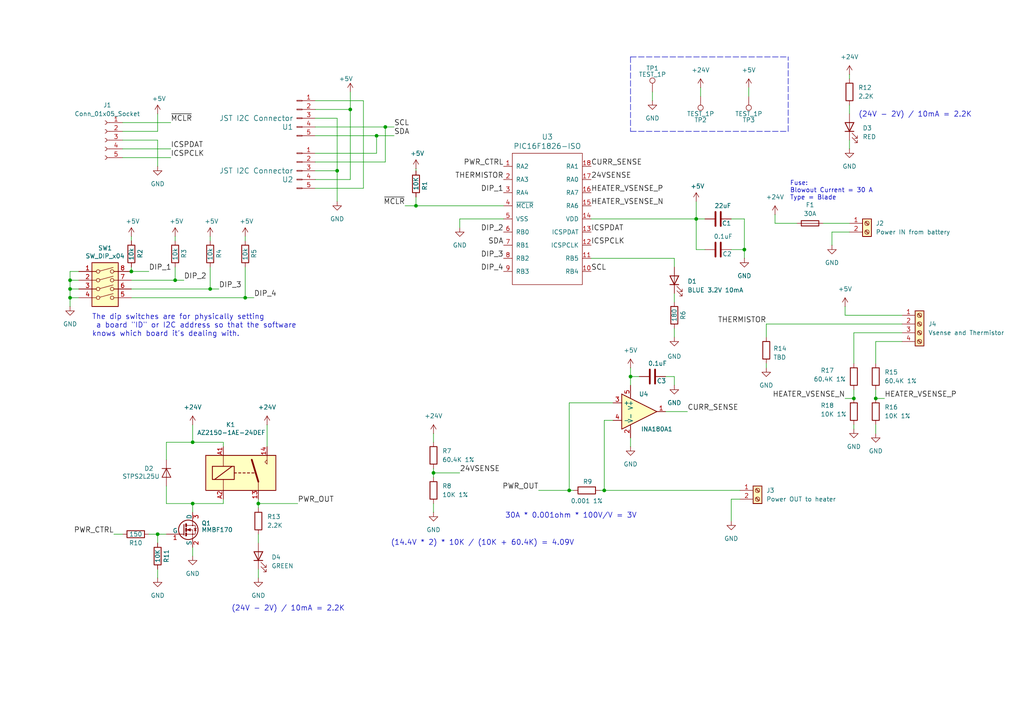
<source format=kicad_sch>
(kicad_sch (version 20231120) (generator "eeschema") (generator_version "8.0")
  (paper "A4")
  (title_block (title "RLCS Relay Board") (date "2023-01-05") (rev "A") (company "Waterloo Rocketry Team"))
  (lib_symbols
    (symbol "Connector:Conn_01x05_Socket" (pin_names (offset 1.016) hide)
      (property "Reference" "J" (at 0 7.62 0))
      (property "Value" "Conn_01x05_Socket" (at 0 -7.62 0))
      (symbol "Conn_01x05_Socket_1_1"
        (arc (start 0 -4.572) (mid -0.5058 -5.08) (end 0 -5.588) (stroke (width 0.1524)))
        (arc (start 0 -2.032) (mid -0.5058 -2.54) (end 0 -3.048) (stroke (width 0.1524)))
        (polyline (pts (xy -1.27 -5.08) (xy -0.508 -5.08)) (stroke (width 0.1524)))
        (polyline (pts (xy -1.27 -2.54) (xy -0.508 -2.54)) (stroke (width 0.1524)))
        (polyline (pts (xy -1.27 0) (xy -0.508 0)) (stroke (width 0.1524)))
        (polyline (pts (xy -1.27 2.54) (xy -0.508 2.54)) (stroke (width 0.1524)))
        (polyline (pts (xy -1.27 5.08) (xy -0.508 5.08)) (stroke (width 0.1524)))
        (arc (start 0 0.508) (mid -0.5058 0) (end 0 -0.508) (stroke (width 0.1524)))
        (arc (start 0 3.048) (mid -0.5058 2.54) (end 0 2.032) (stroke (width 0.1524)))
        (arc (start 0 5.588) (mid -0.5058 5.08) (end 0 4.572) (stroke (width 0.1524)))
        (pin passive line (at -5.08 5.08 0) (length 3.81) (name "Pin_1") (number "1"))
        (pin passive line (at -5.08 2.54 0) (length 3.81) (name "Pin_2") (number "2"))
        (pin passive line (at -5.08 0 0) (length 3.81) (name "Pin_3") (number "3"))
        (pin passive line (at -5.08 -2.54 0) (length 3.81) (name "Pin_4") (number "4"))
        (pin passive line (at -5.08 -5.08 0) (length 3.81) (name "Pin_5") (number "5"))
      )
    )
    (symbol "Connector:Screw_Terminal_01x02" (pin_names (offset 1.016) hide)
      (property "Reference" "J" (at 0 2.54 0))
      (property "Value" "Screw_Terminal_01x02" (at 0 -5.08 0))
      (symbol "Screw_Terminal_01x02_1_1"
        (rectangle (start -1.27 1.27) (end 1.27 -3.81) (stroke (width 0.254)) (fill (type background)))
        (circle (center 0 -2.54) (radius 0.635) (stroke (width 0.1524)))
        (polyline (pts (xy -0.5334 -2.2098) (xy 0.3302 -3.048)) (stroke (width 0.1524)))
        (polyline (pts (xy -0.5334 0.3302) (xy 0.3302 -0.508)) (stroke (width 0.1524)))
        (polyline (pts (xy -0.3556 -2.032) (xy 0.508 -2.8702)) (stroke (width 0.1524)))
        (polyline (pts (xy -0.3556 0.508) (xy 0.508 -0.3302)) (stroke (width 0.1524)))
        (circle (center 0 0) (radius 0.635) (stroke (width 0.1524)))
        (pin passive line (at -5.08 0 0) (length 3.81) (name "Pin_1") (number "1"))
        (pin passive line (at -5.08 -2.54 0) (length 3.81) (name "Pin_2") (number "2"))
      )
    )
    (symbol "Connector:Screw_Terminal_01x04" (pin_names (offset 1.016) hide)
      (property "Reference" "J" (at 0 5.08 0))
      (property "Value" "Screw_Terminal_01x04" (at 0 -7.62 0))
      (symbol "Screw_Terminal_01x04_1_1"
        (rectangle (start -1.27 3.81) (end 1.27 -6.35) (stroke (width 0.254)) (fill (type background)))
        (circle (center 0 -5.08) (radius 0.635) (stroke (width 0.1524)))
        (circle (center 0 -2.54) (radius 0.635) (stroke (width 0.1524)))
        (polyline (pts (xy -0.5334 -4.7498) (xy 0.3302 -5.588)) (stroke (width 0.1524)))
        (polyline (pts (xy -0.5334 -2.2098) (xy 0.3302 -3.048)) (stroke (width 0.1524)))
        (polyline (pts (xy -0.5334 0.3302) (xy 0.3302 -0.508)) (stroke (width 0.1524)))
        (polyline (pts (xy -0.5334 2.8702) (xy 0.3302 2.032)) (stroke (width 0.1524)))
        (polyline (pts (xy -0.3556 -4.572) (xy 0.508 -5.4102)) (stroke (width 0.1524)))
        (polyline (pts (xy -0.3556 -2.032) (xy 0.508 -2.8702)) (stroke (width 0.1524)))
        (polyline (pts (xy -0.3556 0.508) (xy 0.508 -0.3302)) (stroke (width 0.1524)))
        (polyline (pts (xy -0.3556 3.048) (xy 0.508 2.2098)) (stroke (width 0.1524)))
        (circle (center 0 0) (radius 0.635) (stroke (width 0.1524)))
        (circle (center 0 2.54) (radius 0.635) (stroke (width 0.1524)))
        (pin passive line (at -5.08 2.54 0) (length 3.81) (name "Pin_1") (number "1"))
        (pin passive line (at -5.08 0 0) (length 3.81) (name "Pin_2") (number "2"))
        (pin passive line (at -5.08 -2.54 0) (length 3.81) (name "Pin_3") (number "3"))
        (pin passive line (at -5.08 -5.08 0) (length 3.81) (name "Pin_4") (number "4"))
      )
    )
    (symbol "Device:C" (pin_numbers hide) (pin_names (offset 0.254))
      (property "Reference" "C" (at 0.635 2.54 0))
      (property "Value" "C" (at 0.635 -2.54 0))
      (symbol "C_0_1"
        (polyline (pts (xy -2.032 -0.762) (xy 2.032 -0.762)) (stroke (width 0.508)))
        (polyline (pts (xy -2.032 0.762) (xy 2.032 0.762)) (stroke (width 0.508)))
      )
      (symbol "C_1_1"
        (pin passive line (at 0 3.81 270) (length 2.794) (name "~") (number "1"))
        (pin passive line (at 0 -3.81 90) (length 2.794) (name "~") (number "2"))
      )
    )
    (symbol "Device:Fuse" (pin_numbers hide) (pin_names (offset 0))
      (property "Reference" "F" (at 2.032 0 90))
      (property "Value" "Fuse" (at -1.905 0 90))
      (symbol "Fuse_0_1"
        (rectangle (start -0.762 -2.54) (end 0.762 2.54) (stroke (width 0.254)))
        (polyline (pts (xy 0 2.54) (xy 0 -2.54)))
      )
      (symbol "Fuse_1_1"
        (pin passive line (at 0 3.81 270) (length 1.27) (name "~") (number "1"))
        (pin passive line (at 0 -3.81 90) (length 1.27) (name "~") (number "2"))
      )
    )
    (symbol "Device:LED" (pin_numbers hide) (pin_names (offset 1.016) hide)
      (property "Reference" "D" (at 0 2.54 0))
      (property "Value" "LED" (at 0 -2.54 0))
      (symbol "LED_0_1"
        (polyline (pts (xy -1.27 -1.27) (xy -1.27 1.27)) (stroke (width 0.254)))
        (polyline (pts (xy -1.27 0) (xy 1.27 0)))
        (polyline (pts (xy 1.27 -1.27) (xy 1.27 1.27) (xy -1.27 0) (xy 1.27 -1.27)) (stroke (width 0.254)))
        (polyline (pts (xy -3.048 -0.762) (xy -4.572 -2.286) (xy -3.81 -2.286) (xy -4.572 -2.286) (xy -4.572 -1.524)))
        (polyline (pts (xy -1.778 -0.762) (xy -3.302 -2.286) (xy -2.54 -2.286) (xy -3.302 -2.286) (xy -3.302 -1.524)))
      )
      (symbol "LED_1_1"
        (pin passive line (at -3.81 0 0) (length 2.54) (name "K") (number "1"))
        (pin passive line (at 3.81 0 180) (length 2.54) (name "A") (number "2"))
      )
    )
    (symbol "Device:R" (pin_numbers hide) (pin_names (offset 0))
      (property "Reference" "R" (at 2.032 0 90))
      (property "Value" "R" (at 0 0 90))
      (symbol "R_0_1"
        (rectangle (start -1.016 -2.54) (end 1.016 2.54) (stroke (width 0.254)))
      )
      (symbol "R_1_1"
        (pin passive line (at 0 3.81 270) (length 1.27) (name "~") (number "1"))
        (pin passive line (at 0 -3.81 90) (length 1.27) (name "~") (number "2"))
      )
    )
    (symbol "Relay:Relay_SPST-NO"
      (property "Reference" "K" (at 11.43 3.81 0))
      (property "Value" "Relay_SPST-NO" (at 11.43 1.27 0))
      (symbol "Relay_SPST-NO_0_0"
        (polyline (pts (xy 7.62 5.08) (xy 7.62 2.54) (xy 6.985 3.175) (xy 7.62 3.81)))
      )
      (symbol "Relay_SPST-NO_0_1"
        (rectangle (start -10.16 5.08) (end 10.16 -5.08) (stroke (width 0.254)) (fill (type background)))
        (rectangle (start -8.255 1.905) (end -1.905 -1.905) (stroke (width 0.254)))
        (polyline (pts (xy -7.62 -1.905) (xy -2.54 1.905)) (stroke (width 0.254)))
        (polyline (pts (xy -5.08 -5.08) (xy -5.08 -1.905)))
        (polyline (pts (xy -5.08 5.08) (xy -5.08 1.905)))
        (polyline (pts (xy -1.905 0) (xy -1.27 0)) (stroke (width 0.254)))
        (polyline (pts (xy -0.635 0) (xy 0 0)) (stroke (width 0.254)))
        (polyline (pts (xy 0.635 0) (xy 1.27 0)) (stroke (width 0.254)))
        (polyline (pts (xy 1.905 0) (xy 2.54 0)) (stroke (width 0.254)))
        (polyline (pts (xy 3.175 0) (xy 3.81 0)) (stroke (width 0.254)))
        (polyline (pts (xy 5.08 -2.54) (xy 3.175 3.81)) (stroke (width 0.508)))
        (polyline (pts (xy 5.08 -2.54) (xy 5.08 -5.08)))
      )
      (symbol "Relay_SPST-NO_1_1"
        (pin passive line (at 5.08 -7.62 90) (length 2.54) (name "~") (number "13"))
        (pin passive line (at 7.62 7.62 270) (length 2.54) (name "~") (number "14"))
        (pin passive line (at -5.08 7.62 270) (length 2.54) (name "~") (number "A1"))
        (pin passive line (at -5.08 -7.62 90) (length 2.54) (name "~") (number "A2"))
      )
    )
    (symbol "Switch:SW_DIP_x04" (pin_names (offset 0) hide)
      (property "Reference" "SW" (at 0 8.89 0))
      (property "Value" "SW_DIP_x04" (at 0 -6.35 0))
      (symbol "SW_DIP_x04_0_0"
        (circle (center -2.032 -2.54) (radius 0.508))
        (circle (center -2.032 0) (radius 0.508))
        (circle (center -2.032 2.54) (radius 0.508))
        (circle (center -2.032 5.08) (radius 0.508))
        (polyline (pts (xy -1.524 -2.3876) (xy 2.3622 -1.3462)))
        (polyline (pts (xy -1.524 0.127) (xy 2.3622 1.1684)))
        (polyline (pts (xy -1.524 2.667) (xy 2.3622 3.7084)))
        (polyline (pts (xy -1.524 5.207) (xy 2.3622 6.2484)))
        (circle (center 2.032 -2.54) (radius 0.508))
        (circle (center 2.032 0) (radius 0.508))
        (circle (center 2.032 2.54) (radius 0.508))
        (circle (center 2.032 5.08) (radius 0.508))
      )
      (symbol "SW_DIP_x04_0_1"
        (rectangle (start -3.81 7.62) (end 3.81 -5.08) (stroke (width 0.254)) (fill (type background)))
      )
      (symbol "SW_DIP_x04_1_1"
        (pin passive line (at -7.62 5.08 0) (length 5.08) (name "~") (number "1"))
        (pin passive line (at -7.62 2.54 0) (length 5.08) (name "~") (number "2"))
        (pin passive line (at -7.62 0 0) (length 5.08) (name "~") (number "3"))
        (pin passive line (at -7.62 -2.54 0) (length 5.08) (name "~") (number "4"))
        (pin passive line (at 7.62 -2.54 180) (length 5.08) (name "~") (number "5"))
        (pin passive line (at 7.62 0 180) (length 5.08) (name "~") (number "6"))
        (pin passive line (at 7.62 2.54 180) (length 5.08) (name "~") (number "7"))
        (pin passive line (at 7.62 5.08 180) (length 5.08) (name "~") (number "8"))
      )
    )
    (symbol "power:+24V" (power) (pin_numbers hide) (pin_names (offset 0) hide)
      (property "Value" "+24V" (at 0 3.556 0))
      (symbol "+24V_0_1"
        (polyline (pts (xy -0.762 1.27) (xy 0 2.54)))
        (polyline (pts (xy 0 0) (xy 0 2.54)))
        (polyline (pts (xy 0 2.54) (xy 0.762 1.27)))
      )
      (symbol "+24V_1_1"
        (pin power_in line (at 0 0 90) (length 0) (name "~") (number "1"))
      )
    )
    (symbol "power:+5V" (power) (pin_numbers hide) (pin_names (offset 0) hide)
      (property "Value" "+5V" (at 0 3.556 0))
      (symbol "+5V_0_1"
        (polyline (pts (xy -0.762 1.27) (xy 0 2.54)))
        (polyline (pts (xy 0 0) (xy 0 2.54)))
        (polyline (pts (xy 0 2.54) (xy 0.762 1.27)))
      )
      (symbol "+5V_1_1"
        (pin power_in line (at 0 0 90) (length 0) (name "~") (number "1"))
      )
    )
    (symbol "power:GND" (power) (pin_numbers hide) (pin_names (offset 0) hide)
      (property "Value" "GND" (at 0 -3.81 0))
      (symbol "GND_0_1"
        (polyline (pts (xy 0 0) (xy 0 -1.27) (xy 1.27 -1.27) (xy 0 -2.54) (xy -1.27 -1.27) (xy 0 -1.27)))
      )
      (symbol "GND_1_1"
        (pin power_in line (at 0 0 270) (length 0) (name "~") (number "1"))
      )
    )
    (symbol "relay_board:+5V-rlcs_relay_board" (power) (pin_names (offset 0))
      (property "Value" "+5V-rlcs_relay_board" (at 0 3.556 0))
      (symbol "+5V-rlcs_relay_board_0_1"
        (polyline (pts (xy -0.762 1.27) (xy 0 2.54)))
        (polyline (pts (xy 0 0) (xy 0 2.54)))
        (polyline (pts (xy 0 2.54) (xy 0.762 1.27)))
      )
      (symbol "+5V-rlcs_relay_board_1_1"
        (pin power_in line (at 0 0 90) (length 0) hide (name "+5V") (number "1"))
      )
    )
    (symbol "relay_board:C-rlcs_relay_board" (pin_numbers hide) (pin_names (offset 0.254))
      (property "Reference" "C" (at 0.635 2.54 0))
      (property "Value" "C-rlcs_relay_board" (at 0.635 -2.54 0))
      (symbol "C-rlcs_relay_board_0_1"
        (polyline (pts (xy -2.032 -0.762) (xy 2.032 -0.762)) (stroke (width 0.508)))
        (polyline (pts (xy -2.032 0.762) (xy 2.032 0.762)) (stroke (width 0.508)))
      )
      (symbol "C-rlcs_relay_board_1_1"
        (pin passive line (at 0 3.81 270) (length 2.794) (name "~") (number "1"))
        (pin passive line (at 0 -3.81 90) (length 2.794) (name "~") (number "2"))
      )
    )
    (symbol "relay_board:CONN_01x05-rlcs_relay_board" (pin_names (offset 1.016))
      (property "Reference" "U" (at 0 2.54 0))
      (property "Value" "CONN_01x05-rlcs_relay_board" (at 3.81 -3.81 90))
      (symbol "CONN_01x05-rlcs_relay_board_1_1"
        (rectangle (start 0 -10.033) (end 1.524 -10.287))
        (rectangle (start 0 -7.493) (end 1.524 -7.747))
        (rectangle (start 0 -4.953) (end 1.524 -5.207))
        (rectangle (start 0 -2.413) (end 1.524 -2.667))
        (rectangle (start 0 0.127) (end 1.524 -0.127))
        (pin passive line (at -3.81 -10.16 0) (length 3.81) (name "~") (number "1"))
        (pin passive line (at -3.81 -7.62 0) (length 3.81) (name "~") (number "2"))
        (pin passive line (at -3.81 -5.08 0) (length 3.81) (name "~") (number "3"))
        (pin passive line (at -3.81 -2.54 0) (length 3.81) (name "~") (number "4"))
        (pin passive line (at -3.81 0 0) (length 3.81) (name "~") (number "5"))
      )
    )
    (symbol "relay_board:D-rlcs_relay_board" (pin_numbers hide) (pin_names (offset 1.016) hide)
      (property "Reference" "D" (at 0 2.54 0))
      (property "Value" "D-rlcs_relay_board" (at 0 -2.54 0))
      (symbol "D-rlcs_relay_board_0_1"
        (polyline (pts (xy -1.27 1.27) (xy -1.27 -1.27)) (stroke (width 0.2032)))
        (polyline (pts (xy 1.27 0) (xy -1.27 0)))
        (polyline (pts (xy 1.27 1.27) (xy 1.27 -1.27) (xy -1.27 0) (xy 1.27 1.27)) (stroke (width 0.2032)))
      )
      (symbol "D-rlcs_relay_board_1_1"
        (pin passive line (at -3.81 0 0) (length 2.54) (name "K") (number "1"))
        (pin passive line (at 3.81 0 180) (length 2.54) (name "A") (number "2"))
      )
    )
    (symbol "relay_board:MCP601-rlcs_relay_board"
      (property "Reference" "U" (at 1.27 5.08 0))
      (property "Value" "MCP601-rlcs_relay_board" (at 5.08 -5.08 0))
      (symbol "MCP601-rlcs_relay_board_0_1"
        (polyline (pts (xy -5.08 5.08) (xy 5.08 0) (xy -5.08 -5.08) (xy -5.08 5.08)) (stroke (width 0.254)) (fill (type background)))
      )
      (symbol "MCP601-rlcs_relay_board_1_1"
        (pin output line (at 7.62 0 180) (length 2.54) (name "~") (number "1"))
        (pin input line (at -2.54 -7.62 90) (length 3.81) (name "V-") (number "2"))
        (pin input line (at -7.62 2.54 0) (length 2.54) (name "+") (number "3"))
        (pin input line (at -7.62 -2.54 0) (length 2.54) (name "-") (number "4"))
        (pin input line (at -2.54 7.62 270) (length 3.81) (name "V+") (number "5"))
      )
    )
    (symbol "relay_board:MMBF170-rlcs_relay_board" (pin_names (offset 0))
      (property "Reference" "Q" (at 5.08 1.905 0))
      (property "Value" "MMBF170-rlcs_relay_board" (at 5.08 0 0))
      (symbol "MMBF170-rlcs_relay_board_0_1"
        (polyline (pts (xy 0.635 -1.016) (xy 0.635 -1.651)) (stroke (width 0.508)))
        (polyline (pts (xy 0.635 0.381) (xy 0.635 -0.381)) (stroke (width 0.508)))
        (polyline (pts (xy 0.635 1.651) (xy 0.635 1.016)) (stroke (width 0.508)))
        (polyline (pts (xy 3.048 0.381) (xy 2.921 0.254)))
        (polyline (pts (xy 3.048 0.381) (xy 3.556 0.381)))
        (polyline (pts (xy 3.556 0.381) (xy 3.683 0.508)))
        (polyline (pts (xy 0 1.524) (xy 0 -1.524) (xy 0 -1.524)) (stroke (width 0.254)))
        (polyline (pts (xy 0.762 -1.27) (xy 2.54 -1.27) (xy 2.54 -2.54) (xy 2.54 -2.54)))
        (polyline (pts (xy 0.762 1.27) (xy 2.54 1.27) (xy 2.54 2.54) (xy 2.54 2.54)))
        (polyline (pts (xy 2.54 1.27) (xy 3.302 1.27) (xy 3.302 -1.27) (xy 2.54 -1.27)))
        (polyline (pts (xy 3.302 0.381) (xy 3.048 -0.254) (xy 3.556 -0.254) (xy 3.302 0.381)) (fill (type outline)))
        (polyline (pts (xy 0.762 0) (xy 1.27 0) (xy 2.54 0) (xy 2.54 -1.27) (xy 2.54 -1.27)))
        (polyline (pts (xy 0.889 0) (xy 1.905 0.381) (xy 1.905 -0.381) (xy 0.889 0) (xy 1.016 0) (xy 1.016 0)) (fill (type outline)))
        (circle (center 1.27 0) (radius 2.8194) (stroke (width 0.254)))
        (circle (center 2.54 -1.27) (radius 0.127))
        (circle (center 2.54 1.27) (radius 0.127))
      )
      (symbol "MMBF170-rlcs_relay_board_1_1"
        (pin input line (at -5.08 -1.27 0) (length 5.08) (name "G") (number "1"))
        (pin passive line (at 2.54 -5.08 90) (length 2.54) (name "S") (number "2"))
        (pin passive line (at 2.54 5.08 270) (length 2.54) (name "D") (number "3"))
      )
    )
    (symbol "relay_board:PIC16F1826-ISO-rlcs_relay_board" (pin_names (offset 1.016))
      (property "Reference" "U" (at 0 11.43 0))
      (property "Value" "PIC16F1826-ISO-rlcs_relay_board" (at 0 13.97 0))
      (symbol "PIC16F1826-ISO-rlcs_relay_board_0_1"
        (rectangle (start -10.16 10.16) (end 10.16 -27.94))
      )
      (symbol "PIC16F1826-ISO-rlcs_relay_board_1_1"
        (pin input line (at -12.7 6.35 0) (length 2.54) (name "RA2") (number "1"))
        (pin input line (at 12.7 -24.13 180) (length 2.54) (name "RB4") (number "10"))
        (pin input line (at 12.7 -20.32 180) (length 2.54) (name "RB5") (number "11"))
        (pin input line (at 12.7 -16.51 180) (length 2.54) (name "ICSPCLK") (number "12"))
        (pin input line (at 12.7 -12.7 180) (length 2.54) (name "ICSPDAT") (number "13"))
        (pin input line (at 12.7 -8.89 180) (length 2.54) (name "VDD") (number "14"))
        (pin input line (at 12.7 -5.08 180) (length 2.54) (name "RA6") (number "15"))
        (pin input line (at 12.7 -1.27 180) (length 2.54) (name "RA7") (number "16"))
        (pin input line (at 12.7 2.54 180) (length 2.54) (name "RA0") (number "17"))
        (pin input line (at 12.7 6.35 180) (length 2.54) (name "RA1") (number "18"))
        (pin input line (at -12.7 2.54 0) (length 2.54) (name "RA3") (number "2"))
        (pin input line (at -12.7 -1.27 0) (length 2.54) (name "RA4") (number "3"))
        (pin input line (at -12.7 -5.08 0) (length 2.54) (name "~{MCLR}") (number "4"))
        (pin input line (at -12.7 -8.89 0) (length 2.54) (name "VSS") (number "5"))
        (pin input line (at -12.7 -12.7 0) (length 2.54) (name "RB0") (number "6"))
        (pin input line (at -12.7 -16.51 0) (length 2.54) (name "RB1") (number "7"))
        (pin input line (at -12.7 -20.32 0) (length 2.54) (name "RB2") (number "8"))
        (pin input line (at -12.7 -24.13 0) (length 2.54) (name "RB3") (number "9"))
      )
    )
    (symbol "relay_board:R-rlcs_relay_board" (pin_numbers hide) (pin_names (offset 0))
      (property "Reference" "R" (at 2.032 0 90))
      (property "Value" "R-rlcs_relay_board" (at 0 0 90))
      (symbol "R-rlcs_relay_board_0_1"
        (rectangle (start -1.016 -2.54) (end 1.016 2.54) (stroke (width 0.254)))
      )
      (symbol "R-rlcs_relay_board_1_1"
        (pin passive line (at 0 3.81 270) (length 1.27) (name "~") (number "1"))
        (pin passive line (at 0 -3.81 90) (length 1.27) (name "~") (number "2"))
      )
    )
    (symbol "relay_board:TEST_1P-rlcs_relay_board" (pin_numbers hide) (pin_names (offset 0.762) hide)
      (property "Reference" "J" (at 0 6.858 0))
      (property "Value" "TEST_1P-rlcs_relay_board" (at 0 5.08 0))
      (symbol "TEST_1P-rlcs_relay_board_0_1"
        (circle (center 0 3.302) (radius 0.762))
      )
      (symbol "TEST_1P-rlcs_relay_board_1_1"
        (pin passive line (at 0 0 90) (length 2.54) (name "1") (number "1"))
      )
    )
  )
  (junction (at 20.32 86.36))
  (junction (at 38.1 78.74))
  (junction (at 165.1 142.24))
  (junction (at 97.79 49.53))
  (junction (at 120.65 59.69))
  (junction (at 247.65 115.57))
  (junction (at 111.76 36.83))
  (junction (at 55.88 128.27))
  (junction (at 101.6 31.75))
  (junction (at 74.93 146.05))
  (junction (at 45.72 154.94))
  (junction (at 20.32 81.28))
  (junction (at 60.96 83.82))
  (junction (at 215.9 72.39))
  (junction (at 201.93 63.5))
  (junction (at 109.22 39.37))
  (junction (at 125.73 137.16))
  (junction (at 175.26 142.24))
  (junction (at 254 115.57))
  (junction (at 20.32 83.82))
  (junction (at 71.12 86.36))
  (junction (at 50.8 81.28))
  (junction (at 55.88 146.05))
  (junction (at 182.88 109.22))
  (polyline (pts (xy 182.88 16.51) (xy 228.6 16.51)) (stroke (width 0) (type dash)))
  (wire (pts (xy 173.99 142.24) (xy 175.26 142.24)))
  (wire (pts (xy 125.73 135.89) (xy 125.73 137.16)))
  (wire (pts (xy 224.79 64.77) (xy 231.14 64.77)))
  (wire (pts (xy 247.65 113.03) (xy 247.65 115.57)))
  (wire (pts (xy 175.26 121.92) (xy 175.26 142.24)))
  (wire (pts (xy 71.12 68.58) (xy 71.12 69.85)))
  (wire (pts (xy 53.34 81.28) (xy 50.8 81.28)))
  (wire (pts (xy 20.32 83.82) (xy 20.32 86.36)))
  (wire (pts (xy 60.96 83.82) (xy 38.1 83.82)))
  (wire (pts (xy 195.58 74.93) (xy 171.45 74.93)))
  (wire (pts (xy 35.56 38.1) (xy 45.72 38.1)))
  (wire (pts (xy 177.8 121.92) (xy 175.26 121.92)))
  (wire (pts (xy 156.21 142.24) (xy 165.1 142.24)))
  (wire (pts (xy 109.22 39.37) (xy 114.3 39.37)))
  (wire (pts (xy 111.76 46.99) (xy 111.76 36.83)))
  (wire (pts (xy 22.86 83.82) (xy 20.32 83.82)))
  (wire (pts (xy 97.79 49.53) (xy 97.79 58.42)))
  (wire (pts (xy 77.47 123.19) (xy 77.47 129.54)))
  (wire (pts (xy 175.26 142.24) (xy 214.63 142.24)))
  (wire (pts (xy 55.88 161.29) (xy 55.88 158.75)))
  (wire (pts (xy 215.9 72.39) (xy 215.9 74.93)))
  (wire (pts (xy 246.38 21.59) (xy 246.38 22.86)))
  (wire (pts (xy 212.09 151.13) (xy 212.09 144.78)))
  (wire (pts (xy 245.11 115.57) (xy 247.65 115.57)))
  (wire (pts (xy 215.9 63.5) (xy 215.9 72.39)))
  (wire (pts (xy 201.93 63.5) (xy 204.47 63.5)))
  (wire (pts (xy 247.65 123.19) (xy 247.65 124.46)))
  (wire (pts (xy 182.88 129.54) (xy 182.88 127)))
  (wire (pts (xy 73.66 86.36) (xy 71.12 86.36)))
  (wire (pts (xy 45.72 154.94) (xy 45.72 157.48)))
  (wire (pts (xy 71.12 77.47) (xy 71.12 86.36)))
  (wire (pts (xy 71.12 86.36) (xy 38.1 86.36)))
  (wire (pts (xy 101.6 52.07) (xy 101.6 31.75)))
  (wire (pts (xy 125.73 146.05) (xy 125.73 148.59)))
  (wire (pts (xy 195.58 87.63) (xy 195.58 85.09)))
  (wire (pts (xy 64.77 146.05) (xy 64.77 144.78)))
  (wire (pts (xy 125.73 125.73) (xy 125.73 128.27)))
  (wire (pts (xy 48.26 128.27) (xy 55.88 128.27)))
  (wire (pts (xy 224.79 62.23) (xy 224.79 64.77)))
  (wire (pts (xy 241.3 71.12) (xy 241.3 67.31)))
  (wire (pts (xy 246.38 40.64) (xy 246.38 43.18)))
  (wire (pts (xy 74.93 146.05) (xy 86.36 146.05)))
  (wire (pts (xy 60.96 77.47) (xy 60.96 83.82)))
  (wire (pts (xy 38.1 81.28) (xy 50.8 81.28)))
  (wire (pts (xy 125.73 137.16) (xy 133.35 137.16)))
  (wire (pts (xy 74.93 144.78) (xy 74.93 146.05)))
  (wire (pts (xy 120.65 57.15) (xy 120.65 59.69)))
  (wire (pts (xy 185.42 109.22) (xy 182.88 109.22)))
  (wire (pts (xy 117.475 59.69) (xy 120.65 59.69)))
  (wire (pts (xy 91.44 36.83) (xy 111.76 36.83)))
  (wire (pts (xy 55.88 128.27) (xy 64.77 128.27)))
  (wire (pts (xy 35.56 45.72) (xy 49.53 45.72)))
  (wire (pts (xy 215.9 72.39) (xy 212.09 72.39)))
  (wire (pts (xy 245.11 91.44) (xy 261.62 91.44)))
  (wire (pts (xy 91.44 39.37) (xy 109.22 39.37)))
  (wire (pts (xy 48.26 140.97) (xy 48.26 146.05)))
  (wire (pts (xy 74.93 165.1) (xy 74.93 167.64)))
  (wire (pts (xy 195.58 77.47) (xy 195.58 74.93)))
  (wire (pts (xy 238.76 64.77) (xy 246.38 64.77)))
  (wire (pts (xy 165.1 116.84) (xy 165.1 142.24)))
  (wire (pts (xy 133.35 63.5) (xy 146.05 63.5)))
  (wire (pts (xy 254 99.06) (xy 261.62 99.06)))
  (wire (pts (xy 20.32 86.36) (xy 20.32 88.9)))
  (wire (pts (xy 97.79 34.29) (xy 97.79 49.53)))
  (wire (pts (xy 20.32 78.74) (xy 20.32 81.28)))
  (wire (pts (xy 35.56 43.18) (xy 49.53 43.18)))
  (wire (pts (xy 182.88 109.22) (xy 182.88 111.76)))
  (wire (pts (xy 91.44 31.75) (xy 101.6 31.75)))
  (wire (pts (xy 256.54 115.57) (xy 254 115.57)))
  (wire (pts (xy 22.86 78.74) (xy 20.32 78.74)))
  (wire (pts (xy 109.22 44.45) (xy 109.22 39.37)))
  (wire (pts (xy 38.1 69.85) (xy 38.1 68.58)))
  (wire (pts (xy 33.02 154.94) (xy 35.56 154.94)))
  (wire (pts (xy 193.04 119.38) (xy 199.39 119.38)))
  (wire (pts (xy 105.41 54.61) (xy 105.41 29.21)))
  (wire (pts (xy 91.44 34.29) (xy 97.79 34.29)))
  (wire (pts (xy 48.26 146.05) (xy 55.88 146.05)))
  (wire (pts (xy 55.88 146.05) (xy 64.77 146.05)))
  (wire (pts (xy 101.6 26.67) (xy 101.6 31.75)))
  (wire (pts (xy 195.58 109.22) (xy 195.58 111.76)))
  (wire (pts (xy 254 123.19) (xy 254 125.73)))
  (polyline (pts (xy 182.88 38.1) (xy 228.6 38.1)) (stroke (width 0) (type dash)))
  (wire (pts (xy 120.65 59.69) (xy 146.05 59.69)))
  (wire (pts (xy 111.76 36.83) (xy 114.3 36.83)))
  (wire (pts (xy 91.44 46.99) (xy 111.76 46.99)))
  (wire (pts (xy 222.25 93.98) (xy 261.62 93.98)))
  (wire (pts (xy 125.73 137.16) (xy 125.73 138.43)))
  (wire (pts (xy 91.44 49.53) (xy 97.79 49.53)))
  (wire (pts (xy 120.65 48.895) (xy 120.65 49.53)))
  (wire (pts (xy 74.93 146.05) (xy 74.93 147.32)))
  (wire (pts (xy 45.72 40.64) (xy 45.72 48.26)))
  (wire (pts (xy 22.86 86.36) (xy 20.32 86.36)))
  (wire (pts (xy 50.8 68.58) (xy 50.8 69.85)))
  (wire (pts (xy 60.96 68.58) (xy 60.96 69.85)))
  (wire (pts (xy 91.44 29.21) (xy 105.41 29.21)))
  (wire (pts (xy 45.72 154.94) (xy 48.26 154.94)))
  (wire (pts (xy 55.88 146.05) (xy 55.88 148.59)))
  (wire (pts (xy 254 113.03) (xy 254 115.57)))
  (wire (pts (xy 48.26 133.35) (xy 48.26 128.27)))
  (wire (pts (xy 91.44 54.61) (xy 105.41 54.61)))
  (wire (pts (xy 22.86 81.28) (xy 20.32 81.28)))
  (wire (pts (xy 203.2 25.4) (xy 203.2 27.94)))
  (wire (pts (xy 241.3 67.31) (xy 246.38 67.31)))
  (wire (pts (xy 45.72 167.64) (xy 45.72 165.1)))
  (wire (pts (xy 43.18 154.94) (xy 45.72 154.94)))
  (wire (pts (xy 222.25 105.41) (xy 222.25 106.68)))
  (wire (pts (xy 201.93 63.5) (xy 201.93 72.39)))
  (wire (pts (xy 177.8 116.84) (xy 165.1 116.84)))
  (wire (pts (xy 91.44 44.45) (xy 109.22 44.45)))
  (wire (pts (xy 133.35 66.04) (xy 133.35 63.5)))
  (wire (pts (xy 182.88 106.68) (xy 182.88 109.22)))
  (wire (pts (xy 45.72 38.1) (xy 45.72 33.02)))
  (polyline (pts (xy 182.88 16.51) (xy 182.88 38.1)) (stroke (width 0) (type dash)))
  (wire (pts (xy 212.09 144.78) (xy 214.63 144.78)))
  (wire (pts (xy 247.65 96.52) (xy 247.65 105.41)))
  (wire (pts (xy 201.93 58.42) (xy 201.93 63.5)))
  (wire (pts (xy 212.09 63.5) (xy 215.9 63.5)))
  (wire (pts (xy 222.25 93.98) (xy 222.25 97.79)))
  (wire (pts (xy 254 105.41) (xy 254 99.06)))
  (wire (pts (xy 35.56 35.56) (xy 49.53 35.56)))
  (wire (pts (xy 63.5 83.82) (xy 60.96 83.82)))
  (wire (pts (xy 74.93 154.94) (xy 74.93 157.48)))
  (wire (pts (xy 171.45 63.5) (xy 201.93 63.5)))
  (wire (pts (xy 165.1 142.24) (xy 166.37 142.24)))
  (wire (pts (xy 91.44 52.07) (xy 101.6 52.07)))
  (wire (pts (xy 201.93 72.39) (xy 204.47 72.39)))
  (wire (pts (xy 245.11 88.9) (xy 245.11 91.44)))
  (wire (pts (xy 193.04 109.22) (xy 195.58 109.22)))
  (wire (pts (xy 247.65 96.52) (xy 261.62 96.52)))
  (wire (pts (xy 43.18 78.74) (xy 38.1 78.74)))
  (polyline (pts (xy 228.6 38.1) (xy 228.6 16.51)) (stroke (width 0) (type dash)))
  (wire (pts (xy 64.77 128.27) (xy 64.77 129.54)))
  (wire (pts (xy 50.8 81.28) (xy 50.8 77.47)))
  (wire (pts (xy 189.23 26.67) (xy 189.23 29.21)))
  (wire (pts (xy 20.32 81.28) (xy 20.32 83.82)))
  (wire (pts (xy 217.17 25.4) (xy 217.17 27.94)))
  (wire (pts (xy 246.38 30.48) (xy 246.38 33.02)))
  (wire (pts (xy 195.58 95.25) (xy 195.58 97.79)))
  (wire (pts (xy 55.88 123.19) (xy 55.88 128.27)))
  (wire (pts (xy 35.56 40.64) (xy 45.72 40.64)))
  (wire (pts (xy 38.1 77.47) (xy 38.1 78.74)))
  (text "(14.4V * 2) * 10K / (10K + 60.4K) = 4.09V" (at 139.954 157.48 0) (effects (font (size 1.524 1.524))))
  (text "(24V - 2V) / 10mA = 2.2K" (at 83.566 176.53 0) (effects (font (size 1.524 1.524))))
  (text "(24V - 2V) / 10mA = 2.2K" (at 265.43 33.274 0) (effects (font (size 1.524 1.524))))
  (text "Fuse: \nBlowout Current = 30 A\nType = Blade" (at 229.108 58.166 0) (effects (font (size 1.3 1.3)) (justify left bottom)))
  (text "30A * 0.001ohm * 100V/V = 3V" (at 165.608 149.606 0) (effects (font (size 1.524 1.524))))
  (text "The dip switches are for physically setting\n a board \"ID\" or I2C address so that the software \nknows which board it's dealing with." (at 26.67 97.79 0) (effects (font (size 1.524 1.524)) (justify left bottom)))
  (label "~{MCLR}" (at 117.475 59.69 180) (effects (font (size 1.524 1.524))))
  (label "24VSENSE" (at 133.35 137.16 0) (effects (font (size 1.524 1.524))))
  (label "DIP_4" (at 73.66 86.36 0) (effects (font (size 1.524 1.524))))
  (label "ICSPCLK" (at 171.45 71.12 0) (effects (font (size 1.524 1.524))))
  (label "DIP_4" (at 146.05 78.74 180) (effects (font (size 1.524 1.524))))
  (label "DIP_3" (at 63.5 83.82 0) (effects (font (size 1.524 1.524))))
  (label "THERMISTOR" (at 146.05 52.07 180) (effects (font (size 1.524 1.524))))
  (label "PWR_CTRL" (at 146.05 48.26 180) (effects (font (size 1.524 1.524))))
  (label "SCL" (at 171.45 78.74 0) (effects (font (size 1.524 1.524))))
  (label "SDA" (at 146.05 71.12 180) (effects (font (size 1.524 1.524))))
  (label "CURR_SENSE" (at 199.39 119.38 0) (effects (font (size 1.524 1.524))))
  (label "PWR_CTRL" (at 33.02 154.94 180) (effects (font (size 1.524 1.524))))
  (label "ICSPDAT" (at 171.45 67.31 0) (effects (font (size 1.524 1.524))))
  (label "SDA" (at 114.3 39.37 0) (effects (font (size 1.524 1.524))))
  (label "ICSPCLK" (at 49.53 45.72 0) (effects (font (size 1.524 1.524))))
  (label "ICSPDAT" (at 49.53 43.18 0) (effects (font (size 1.524 1.524))))
  (label "HEATER_VSENSE_N" (at 171.45 59.69 0) (effects (font (size 1.524 1.524))))
  (label "DIP_2" (at 53.34 81.28 0) (effects (font (size 1.524 1.524))))
  (label "24VSENSE" (at 171.45 52.07 0) (effects (font (size 1.524 1.524))))
  (label "PWR_OUT" (at 86.36 146.05 0) (effects (font (size 1.524 1.524))))
  (label "HEATER_VSENSE_N" (at 245.11 115.57 180) (effects (font (size 1.524 1.524))))
  (label "HEATER_VSENSE_P" (at 256.54 115.57 0) (effects (font (size 1.524 1.524))))
  (label "PWR_OUT" (at 156.21 142.24 180) (effects (font (size 1.524 1.524))))
  (label "SCL" (at 114.3 36.83 0) (effects (font (size 1.524 1.524))))
  (label "HEATER_VSENSE_P" (at 171.45 55.88 0) (effects (font (size 1.524 1.524))))
  (label "~{MCLR}" (at 49.53 35.56 0) (effects (font (size 1.524 1.524))))
  (label "DIP_1" (at 43.18 78.74 0) (effects (font (size 1.524 1.524))))
  (label "DIP_3" (at 146.05 74.93 180) (effects (font (size 1.524 1.524))))
  (label "THERMISTOR" (at 222.25 93.98 180) (effects (font (size 1.524 1.524))))
  (label "CURR_SENSE" (at 171.45 48.26 0) (effects (font (size 1.524 1.524))))
  (label "DIP_1" (at 146.05 55.88 180) (effects (font (size 1.524 1.524))))
  (label "DIP_2" (at 146.05 67.31 180) (effects (font (size 1.524 1.524))))
  (symbol (lib_id "relay_board:TEST_1P-rlcs_relay_board") (at 217.17 27.94 180) (unit 1)
    (property "Reference" "TP3" (at 217.17 34.798 0))
    (property "Value" "TEST_1P" (at 217.17 33.02 0))
    (property "Footprint" "custom:Socket_Strip_Straight_1x01_Pitch2.54mm" (effects (hide yes)))
  )
  (symbol (lib_id "relay_board:TEST_1P-rlcs_relay_board") (at 203.2 27.94 180) (unit 1)
    (property "Reference" "TP2" (at 203.2 34.798 0))
    (property "Value" "TEST_1P" (at 203.2 33.02 0))
    (property "Footprint" "custom:Socket_Strip_Straight_1x01_Pitch2.54mm" (effects (hide yes)))
  )
  (symbol (lib_id "relay_board:TEST_1P-rlcs_relay_board") (at 189.23 26.67 0) (unit 1)
    (property "Reference" "TP1" (at 189.23 19.812 0))
    (property "Value" "TEST_1P" (at 189.23 21.59 0))
    (property "Footprint" "custom:Socket_Strip_Straight_1x01_Pitch2.54mm" (effects (hide yes)))
  )
  (symbol (lib_id "relay_board:CONN_01x05-rlcs_relay_board") (at 87.63 54.61 180) (unit 1)
    (property "Reference" "U2" (at 85.09 52.07 0) (effects (font (size 1.524 1.524)) (justify left)))
    (property "Value" "JST I2C Connector" (at 85.09 49.53 0) (effects (font (size 1.524 1.524)) (justify left)))
    (property "Footprint" "Connector_JST:JST_XH_S5B-XH-A-1_1x05_P2.50mm_Horizontal" (effects (hide yes)))
  )
  (symbol (lib_id "relay_board:+5V-rlcs_relay_board") (at 101.6 26.67 0) (unit 1)
    (property "Reference" "#PWR03" (effects (hide yes)))
    (property "Value" "+5V" (at 100.33 22.86 0))
  )
  (symbol (lib_id "relay_board:PIC16F1826-ISO-rlcs_relay_board") (at 158.75 54.61 0) (unit 1)
    (property "Reference" "U3" (at 158.75 39.7002 0) (effects (font (size 1.524 1.524))))
    (property "Value" "PIC16F1826-ISO" (at 158.75 42.3926 0) (effects (font (size 1.524 1.524))))
    (property "Footprint" "custom:PIC16F1826-ISO" (effects (hide yes)))
  )
  (symbol (lib_id "power:+5V") (at 201.93 58.42 0) (unit 1)
    (property "Reference" "#PWR09" (effects (hide yes)))
    (property "Value" "+5V" (at 202.311 54.0258 0))
    (property "Description" "Power symbol creates a global label with name \"+5V\"" (effects (hide yes)))
  )
  (symbol (lib_id "Device:C") (at 208.28 63.5 90) (unit 1)
    (property "Reference" "C1" (at 212.09 64.77 90) (effects (justify left)))
    (property "Value" "22uF" (at 212.09 59.69 90) (effects (justify left)))
    (property "Footprint" "Capacitor_SMD:C_0805_2012Metric_Pad1.18x1.45mm_HandSolder" (effects (hide yes)))
    (property "Description" "Unpolarized capacitor" (effects (hide yes)))
  )
  (symbol (lib_id "power:+5V") (at 120.65 48.895 0) (unit 1)
    (property "Reference" "#PWR07" (effects (hide yes)))
    (property "Value" "+5V" (at 121.031 44.5008 0))
    (property "Description" "Power symbol creates a global label with name \"+5V\"" (effects (hide yes)))
  )
  (symbol (lib_id "Device:R") (at 120.65 53.34 0) (unit 1)
    (property "Reference" "R1" (at 123.19 55.245 90) (effects (justify left)))
    (property "Value" "10K" (at 120.65 55.245 90) (effects (justify left)))
    (property "Footprint" "Resistor_SMD:R_0805_2012Metric_Pad1.20x1.40mm_HandSolder" (effects (hide yes)))
    (property "Description" "Resistor" (effects (hide yes)))
  )
  (symbol (lib_id "power:+5V") (at 38.1 68.58 0) (unit 1)
    (property "Reference" "#PWR012" (effects (hide yes)))
    (property "Value" "+5V" (at 38.481 64.1858 0))
    (property "Description" "Power symbol creates a global label with name \"+5V\"" (effects (hide yes)))
  )
  (symbol (lib_id "power:+5V") (at 60.96 68.58 0) (unit 1)
    (property "Reference" "#PWR014" (effects (hide yes)))
    (property "Value" "+5V" (at 61.341 64.1858 0))
    (property "Description" "Power symbol creates a global label with name \"+5V\"" (effects (hide yes)))
  )
  (symbol (lib_id "power:+5V") (at 71.12 68.58 0) (unit 1)
    (property "Reference" "#PWR015" (effects (hide yes)))
    (property "Value" "+5V" (at 71.501 64.1858 0))
    (property "Description" "Power symbol creates a global label with name \"+5V\"" (effects (hide yes)))
  )
  (symbol (lib_id "power:+5V") (at 50.8 68.58 0) (unit 1)
    (property "Reference" "#PWR013" (effects (hide yes)))
    (property "Value" "+5V" (at 51.181 64.1858 0))
    (property "Description" "Power symbol creates a global label with name \"+5V\"" (effects (hide yes)))
  )
  (symbol (lib_id "Switch:SW_DIP_x04") (at 30.48 83.82 0) (unit 1)
    (property "Reference" "SW1" (at 30.48 71.9582 0))
    (property "Value" "SW_DIP_x04" (at 30.48 74.2696 0))
    (property "Footprint" "custom:DIP_SWITCH_4X2" (effects (hide yes)))
    (property "Description" "4x DIP Switch, Single Pole Single Throw (SPST) switch, small symbol" (effects (hide yes)))
  )
  (symbol (lib_id "Device:R") (at 38.1 73.66 0) (unit 1)
    (property "Reference" "R2" (at 40.64 74.93 90) (effects (justify left)))
    (property "Value" "10k" (at 38.1 75.565 90) (effects (justify left)))
    (property "Footprint" "Resistor_SMD:R_0805_2012Metric_Pad1.20x1.40mm_HandSolder" (effects (hide yes)))
    (property "Description" "Resistor" (effects (hide yes)))
  )
  (symbol (lib_id "Device:R") (at 60.96 73.66 0) (unit 1)
    (property "Reference" "R4" (at 63.5 74.93 90) (effects (justify left)))
    (property "Value" "10k" (at 60.96 75.565 90) (effects (justify left)))
    (property "Footprint" "Resistor_SMD:R_0805_2012Metric_Pad1.20x1.40mm_HandSolder" (effects (hide yes)))
    (property "Description" "Resistor" (effects (hide yes)))
  )
  (symbol (lib_id "Device:R") (at 50.8 73.66 0) (unit 1)
    (property "Reference" "R3" (at 53.34 74.93 90) (effects (justify left)))
    (property "Value" "10k" (at 50.8 75.565 90) (effects (justify left)))
    (property "Footprint" "Resistor_SMD:R_0805_2012Metric_Pad1.20x1.40mm_HandSolder" (effects (hide yes)))
    (property "Description" "Resistor" (effects (hide yes)))
  )
  (symbol (lib_id "Device:R") (at 71.12 73.66 0) (unit 1)
    (property "Reference" "R5" (at 73.66 74.93 90) (effects (justify left)))
    (property "Value" "10k" (at 71.12 75.565 90) (effects (justify left)))
    (property "Footprint" "Resistor_SMD:R_0805_2012Metric_Pad1.20x1.40mm_HandSolder" (effects (hide yes)))
    (property "Description" "Resistor" (effects (hide yes)))
  )
  (symbol (lib_id "power:+5V") (at 45.72 33.02 0) (unit 1)
    (property "Reference" "#PWR05" (effects (hide yes)))
    (property "Value" "+5V" (at 46.101 28.6258 0))
    (property "Description" "Power symbol creates a global label with name \"+5V\"" (effects (hide yes)))
  )
  (symbol (lib_id "relay_board:MMBF170-rlcs_relay_board") (at 53.34 153.67 0) (unit 1)
    (property "Reference" "Q1" (at 58.42 151.765 0) (effects (justify left)))
    (property "Value" "MMBF170" (at 58.42 153.67 0) (effects (justify left)))
    (property "Footprint" "Package_TO_SOT_SMD:SOT-23" (effects (hide yes)))
  )
  (symbol (lib_id "relay_board:R-rlcs_relay_board") (at 45.72 161.29 0) (unit 1)
    (property "Reference" "R11" (at 48.26 161.29 90))
    (property "Value" "10K" (at 45.72 161.29 90))
    (property "Footprint" "Resistor_SMD:R_0805_2012Metric_Pad1.20x1.40mm_HandSolder" (effects (hide yes)))
  )
  (symbol (lib_id "relay_board:R-rlcs_relay_board") (at 170.18 142.24 270) (unit 1)
    (property "Reference" "R9" (at 170.434 139.7 90))
    (property "Value" "0.001 1%" (at 170.18 145.288 90))
    (property "Footprint" "Resistor_SMD:R_2512_6332Metric_Pad1.40x3.35mm_HandSolder" (effects (hide yes)))
  )
  (symbol (lib_id "relay_board:C-rlcs_relay_board") (at 189.23 109.22 270) (unit 1)
    (property "Reference" "C3" (at 190.5 110.49 90) (effects (justify left)))
    (property "Value" "0.1uF" (at 187.96 105.41 90) (effects (justify left)))
    (property "Footprint" "Capacitor_SMD:C_0805_2012Metric_Pad1.18x1.45mm_HandSolder" (effects (hide yes)))
  )
  (symbol (lib_id "relay_board:R-rlcs_relay_board") (at 39.37 154.94 270) (unit 1)
    (property "Reference" "R10" (at 39.37 157.48 90))
    (property "Value" "150" (at 39.37 154.94 90))
    (property "Footprint" "Resistor_SMD:R_0805_2012Metric_Pad1.20x1.40mm_HandSolder" (effects (hide yes)))
  )
  (symbol (lib_id "relay_board:MCP601-rlcs_relay_board") (at 185.42 119.38 0) (unit 1)
    (property "Reference" "U4" (at 186.69 114.3 0))
    (property "Value" "INA180A1" (at 190.5 124.46 0))
    (property "Footprint" "Package_TO_SOT_SMD:SOT-23-5_HandSoldering" (effects (hide yes)))
  )
  (symbol (lib_id "relay_board:D-rlcs_relay_board") (at 48.26 137.16 270) (unit 1)
    (property "Reference" "D2" (at 43.18 135.89 90))
    (property "Value" "STPS2L25U" (at 40.894 138.176 90))
    (property "Footprint" "Diode_SMD:D_SMB_Handsoldering" (effects (hide yes)))
  )
  (symbol (lib_id "relay_board:CONN_01x05-rlcs_relay_board") (at 87.63 39.37 180) (unit 1)
    (property "Reference" "U1" (at 85.09 36.83 0) (effects (font (size 1.524 1.524)) (justify left)))
    (property "Value" "JST I2C Connector" (at 85.09 34.29 0) (effects (font (size 1.524 1.524)) (justify left)))
    (property "Footprint" "Connector_JST:JST_XH_S5B-XH-A-1_1x05_P2.50mm_Horizontal" (effects (hide yes)))
  )
  (symbol (lib_id "power:GND") (at 247.65 124.46 0) (unit 1)
    (property "Reference" "#PWR035" (effects (hide yes)))
    (property "Value" "GND" (at 247.65 129.54 0))
    (property "Description" "Power symbol creates a global label with name \"GND\" , ground" (effects (hide yes)))
  )
  (symbol (lib_id "relay_board:R-rlcs_relay_board") (at 195.58 91.44 0) (unit 1)
    (property "Reference" "R6" (at 198.12 91.44 90))
    (property "Value" "180" (at 195.58 91.44 90))
    (property "Footprint" "Resistor_SMD:R_0805_2012Metric_Pad1.20x1.40mm_HandSolder" (effects (hide yes)))
  )
  (symbol (lib_id "Device:R") (at 247.65 119.38 0) (unit 1)
    (property "Reference" "R18" (at 237.998 117.602 0) (effects (justify left)))
    (property "Value" "10K 1%" (at 237.998 120.142 0) (effects (justify left)))
    (property "Footprint" "Resistor_SMD:R_0805_2012Metric_Pad1.20x1.40mm_HandSolder" (effects (hide yes)))
    (property "Description" "Resistor" (effects (hide yes)))
  )
  (symbol (lib_id "power:+24V") (at 246.38 21.59 0) (unit 1)
    (property "Reference" "#PWR030" (effects (hide yes)))
    (property "Value" "+24V" (at 246.38 16.51 0))
    (property "Description" "Power symbol creates a global label with name \"+24V\"" (effects (hide yes)))
  )
  (symbol (lib_id "relay_board:C-rlcs_relay_board") (at 208.28 72.39 270) (unit 1)
    (property "Reference" "C2" (at 209.55 73.66 90) (effects (justify left)))
    (property "Value" "0.1uF" (at 207.01 68.58 90) (effects (justify left)))
    (property "Footprint" "Capacitor_SMD:C_0805_2012Metric_Pad1.18x1.45mm_HandSolder" (effects (hide yes)))
  )
  (symbol (lib_id "Device:R") (at 247.65 109.22 0) (unit 1)
    (property "Reference" "R17" (at 237.998 107.442 0) (effects (justify left)))
    (property "Value" "60.4K 1%" (at 235.966 109.982 0) (effects (justify left)))
    (property "Footprint" "Resistor_SMD:R_0805_2012Metric_Pad1.20x1.40mm_HandSolder" (effects (hide yes)))
    (property "Description" "Resistor" (effects (hide yes)))
  )
  (symbol (lib_id "power:GND") (at 182.88 129.54 0) (unit 1)
    (property "Reference" "#PWR027" (effects (hide yes)))
    (property "Value" "GND" (at 182.88 134.62 0))
    (property "Description" "Power symbol creates a global label with name \"GND\" , ground" (effects (hide yes)))
  )
  (symbol (lib_id "Connector:Conn_01x05_Socket") (at 30.48 40.64 0) (mirror y) (unit 1)
    (property "Reference" "J1" (at 31.115 30.48 0))
    (property "Value" "Conn_01x05_Socket" (at 31.115 33.02 0))
    (property "Footprint" "custom:PinHeader_5x2.54_SMD_90deg_952-3198-1-ND" (effects (hide yes)))
    (property "Description" "Generic connector, single row, 01x05, script generated" (effects (hide yes)))
  )
  (symbol (lib_id "power:GND") (at 212.09 151.13 0) (unit 1)
    (property "Reference" "#PWR026" (effects (hide yes)))
    (property "Value" "GND" (at 212.09 156.21 0))
    (property "Description" "Power symbol creates a global label with name \"GND\" , ground" (effects (hide yes)))
  )
  (symbol (lib_id "power:+24V") (at 125.73 125.73 0) (unit 1)
    (property "Reference" "#PWR025" (effects (hide yes)))
    (property "Value" "+24V" (at 125.73 120.65 0))
    (property "Description" "Power symbol creates a global label with name \"+24V\"" (effects (hide yes)))
  )
  (symbol (lib_id "power:GND") (at 97.79 58.42 0) (unit 1)
    (property "Reference" "#PWR06" (effects (hide yes)))
    (property "Value" "GND" (at 97.79 63.5 0))
    (property "Description" "Power symbol creates a global label with name \"GND\" , ground" (effects (hide yes)))
  )
  (symbol (lib_id "Device:LED") (at 195.58 81.28 90) (unit 1)
    (property "Reference" "D1" (at 199.39 81.5974 90) (effects (justify right)))
    (property "Value" "BLUE 3.2V 10mA" (at 199.39 84.1374 90) (effects (justify right)))
    (property "Footprint" "LED_SMD:LED_1206_3216Metric_Pad1.42x1.75mm_HandSolder" (effects (hide yes)))
    (property "Description" "Light emitting diode" (effects (hide yes)))
  )
  (symbol (lib_id "power:GND") (at 55.88 161.29 0) (unit 1)
    (property "Reference" "#PWR011" (effects (hide yes)))
    (property "Value" "GND" (at 55.88 166.37 0))
    (property "Description" "Power symbol creates a global label with name \"GND\" , ground" (effects (hide yes)))
  )
  (symbol (lib_id "Connector:Screw_Terminal_01x02") (at 251.46 64.77 0) (unit 1)
    (property "Reference" "J2" (at 254 64.7699 0) (effects (justify left)))
    (property "Value" "Power IN from battery" (at 254 67.3099 0) (effects (justify left)))
    (property "Footprint" "custom:CONN_1714955_PXC" (effects (hide yes)))
    (property "Description" "Generic screw terminal, single row, 01x02, script generated (kicad-library-utils/schlib/autogen/connector/)" (effects (hide yes)))
  )
  (symbol (lib_id "power:+5V") (at 245.11 88.9 0) (unit 1)
    (property "Reference" "#PWR031" (effects (hide yes)))
    (property "Value" "+5V" (at 245.11 83.82 0))
    (property "Description" "Power symbol creates a global label with name \"+5V\"" (effects (hide yes)))
  )
  (symbol (lib_id "Relay:Relay_SPST-NO") (at 69.85 137.16 0) (unit 1)
    (property "Reference" "K1" (at 65.532 123.19 0) (effects (justify left)))
    (property "Value" "AZ2150-1AE-24DEF" (at 57.15 125.476 0) (effects (justify left)))
    (property "Footprint" "custom:AZ2150_AMZ" (effects (hide yes)))
    (property "Description" "Relay SPST, Normally Open, EN50005" (effects (hide yes)))
  )
  (symbol (lib_id "Device:LED") (at 74.93 161.29 90) (unit 1)
    (property "Reference" "D4" (at 78.74 161.6074 90) (effects (justify right)))
    (property "Value" "GREEN" (at 78.74 164.1474 90) (effects (justify right)))
    (property "Footprint" "LED_SMD:LED_1206_3216Metric_Pad1.42x1.75mm_HandSolder" (effects (hide yes)))
    (property "Description" "Light emitting diode" (effects (hide yes)))
  )
  (symbol (lib_id "power:+5V") (at 217.17 25.4 0) (unit 1)
    (property "Reference" "#PWR02" (effects (hide yes)))
    (property "Value" "+5V" (at 217.17 20.32 0))
    (property "Description" "Power symbol creates a global label with name \"+5V\"" (effects (hide yes)))
  )
  (symbol (lib_id "Connector:Screw_Terminal_01x02") (at 219.71 142.24 0) (unit 1)
    (property "Reference" "J3" (at 222.25 142.2399 0) (effects (justify left)))
    (property "Value" "Power OUT to heater" (at 222.25 144.7799 0) (effects (justify left)))
    (property "Footprint" "custom:CONN_1714955_PXC" (effects (hide yes)))
    (property "Description" "Generic screw terminal, single row, 01x02, script generated (kicad-library-utils/schlib/autogen/connector/)" (effects (hide yes)))
  )
  (symbol (lib_id "Device:R") (at 125.73 142.24 0) (unit 1)
    (property "Reference" "R8" (at 128.27 140.9699 0) (effects (justify left)))
    (property "Value" "10K 1%" (at 128.27 143.5099 0) (effects (justify left)))
    (property "Footprint" "Resistor_SMD:R_0805_2012Metric_Pad1.20x1.40mm_HandSolder" (effects (hide yes)))
    (property "Description" "Resistor" (effects (hide yes)))
  )
  (symbol (lib_id "Device:R") (at 254 119.38 0) (unit 1)
    (property "Reference" "R16" (at 256.54 118.1099 0) (effects (justify left)))
    (property "Value" "10K 1%" (at 256.54 120.6499 0) (effects (justify left)))
    (property "Footprint" "Resistor_SMD:R_0805_2012Metric_Pad1.20x1.40mm_HandSolder" (effects (hide yes)))
    (property "Description" "Resistor" (effects (hide yes)))
  )
  (symbol (lib_id "power:GND") (at 215.9 74.93 0) (unit 1)
    (property "Reference" "#PWR019" (effects (hide yes)))
    (property "Value" "GND" (at 215.9 80.01 0))
    (property "Description" "Power symbol creates a global label with name \"GND\" , ground" (effects (hide yes)))
  )
  (symbol (lib_id "power:GND") (at 133.35 66.04 0) (unit 1)
    (property "Reference" "#PWR020" (effects (hide yes)))
    (property "Value" "GND" (at 133.35 71.12 0))
    (property "Description" "Power symbol creates a global label with name \"GND\" , ground" (effects (hide yes)))
  )
  (symbol (lib_id "power:GND") (at 125.73 148.59 0) (unit 1)
    (property "Reference" "#PWR016" (effects (hide yes)))
    (property "Value" "GND" (at 125.73 153.67 0))
    (property "Description" "Power symbol creates a global label with name \"GND\" , ground" (effects (hide yes)))
  )
  (symbol (lib_id "power:+24V") (at 55.88 123.19 0) (unit 1)
    (property "Reference" "#PWR023" (effects (hide yes)))
    (property "Value" "+24V" (at 55.88 118.11 0))
    (property "Description" "Power symbol creates a global label with name \"+24V\"" (effects (hide yes)))
  )
  (symbol (lib_id "power:GND") (at 195.58 111.76 0) (unit 1)
    (property "Reference" "#PWR028" (effects (hide yes)))
    (property "Value" "GND" (at 195.58 116.84 0))
    (property "Description" "Power symbol creates a global label with name \"GND\" , ground" (effects (hide yes)))
  )
  (symbol (lib_id "Device:Fuse") (at 234.95 64.77 90) (unit 1)
    (property "Reference" "F1" (at 234.95 59.436 90))
    (property "Value" "30A" (at 234.95 61.976 90))
    (property "Footprint" "custom:3557-10_KEY" (effects (hide yes)))
    (property "Description" "Fuse" (effects (hide yes)))
  )
  (symbol (lib_id "power:GND") (at 20.32 88.9 0) (unit 1)
    (property "Reference" "#PWR036" (effects (hide yes)))
    (property "Value" "GND" (at 20.32 93.98 0))
    (property "Description" "Power symbol creates a global label with name \"GND\" , ground" (effects (hide yes)))
  )
  (symbol (lib_id "Device:R") (at 74.93 151.13 0) (unit 1)
    (property "Reference" "R13" (at 77.47 149.8599 0) (effects (justify left)))
    (property "Value" "2.2K" (at 77.47 152.3999 0) (effects (justify left)))
    (property "Footprint" "Resistor_SMD:R_0805_2012Metric_Pad1.20x1.40mm_HandSolder" (effects (hide yes)))
    (property "Description" "Resistor" (effects (hide yes)))
  )
  (symbol (lib_id "power:+24V") (at 203.2 25.4 0) (unit 1)
    (property "Reference" "#PWR01" (effects (hide yes)))
    (property "Value" "+24V" (at 203.2 20.32 0))
    (property "Description" "Power symbol creates a global label with name \"+24V\"" (effects (hide yes)))
  )
  (symbol (lib_id "Device:R") (at 222.25 101.6 0) (unit 1)
    (property "Reference" "R14" (at 224.282 101.092 0) (effects (justify left)))
    (property "Value" "TBD" (at 224.282 103.632 0) (effects (justify left)))
    (property "Footprint" "Resistor_SMD:R_0805_2012Metric_Pad1.20x1.40mm_HandSolder" (effects (hide yes)))
    (property "Description" "Resistor" (effects (hide yes)))
  )
  (symbol (lib_id "Device:R") (at 254 109.22 0) (unit 1)
    (property "Reference" "R15" (at 256.54 107.9499 0) (effects (justify left)))
    (property "Value" "60.4K 1%" (at 256.54 110.4899 0) (effects (justify left)))
    (property "Footprint" "Resistor_SMD:R_0805_2012Metric_Pad1.20x1.40mm_HandSolder" (effects (hide yes)))
    (property "Description" "Resistor" (effects (hide yes)))
  )
  (symbol (lib_id "Connector:Screw_Terminal_01x04") (at 266.7 93.98 0) (unit 1)
    (property "Reference" "J4" (at 269.24 93.9799 0) (effects (justify left)))
    (property "Value" "Vsense and Thermistor" (at 269.24 96.5199 0) (effects (justify left)))
    (property "Footprint" "TerminalBlock_Phoenix:TerminalBlock_Phoenix_PT-1,5-4-5.0-H_1x04_P5.00mm_Horizontal" (effects (hide yes)))
    (property "Description" "Generic screw terminal, single row, 01x04, script generated (kicad-library-utils/schlib/autogen/connector/)" (effects (hide yes)))
  )
  (symbol (lib_id "Device:R") (at 125.73 132.08 0) (unit 1)
    (property "Reference" "R7" (at 128.27 130.8099 0) (effects (justify left)))
    (property "Value" "60.4K 1%" (at 128.27 133.3499 0) (effects (justify left)))
    (property "Footprint" "Resistor_SMD:R_0805_2012Metric_Pad1.20x1.40mm_HandSolder" (effects (hide yes)))
    (property "Description" "Resistor" (effects (hide yes)))
  )
  (symbol (lib_id "power:+24V") (at 77.47 123.19 0) (unit 1)
    (property "Reference" "#PWR024" (effects (hide yes)))
    (property "Value" "+24V" (at 77.47 118.11 0))
    (property "Description" "Power symbol creates a global label with name \"+24V\"" (effects (hide yes)))
  )
  (symbol (lib_id "power:GND") (at 45.72 167.64 0) (unit 1)
    (property "Reference" "#PWR08" (effects (hide yes)))
    (property "Value" "GND" (at 45.72 172.72 0))
    (property "Description" "Power symbol creates a global label with name \"GND\" , ground" (effects (hide yes)))
  )
  (symbol (lib_id "power:GND") (at 45.72 48.26 0) (unit 1)
    (property "Reference" "#PWR04" (effects (hide yes)))
    (property "Value" "GND" (at 45.72 53.34 0))
    (property "Description" "Power symbol creates a global label with name \"GND\" , ground" (effects (hide yes)))
  )
  (symbol (lib_id "power:GND") (at 241.3 71.12 0) (unit 1)
    (property "Reference" "#PWR022" (effects (hide yes)))
    (property "Value" "GND" (at 241.3 76.2 0))
    (property "Description" "Power symbol creates a global label with name \"GND\" , ground" (effects (hide yes)))
  )
  (symbol (lib_id "Device:R") (at 246.38 26.67 0) (unit 1)
    (property "Reference" "R12" (at 248.92 25.3999 0) (effects (justify left)))
    (property "Value" "2.2K" (at 248.92 27.9399 0) (effects (justify left)))
    (property "Footprint" "Resistor_SMD:R_0805_2012Metric_Pad1.20x1.40mm_HandSolder" (effects (hide yes)))
    (property "Description" "Resistor" (effects (hide yes)))
  )
  (symbol (lib_id "power:GND") (at 195.58 97.79 0) (unit 1)
    (property "Reference" "#PWR017" (effects (hide yes)))
    (property "Value" "GND" (at 195.58 103.378 0))
    (property "Description" "Power symbol creates a global label with name \"GND\" , ground" (effects (hide yes)))
  )
  (symbol (lib_id "power:+5V") (at 182.88 106.68 0) (unit 1)
    (property "Reference" "#PWR018" (effects (hide yes)))
    (property "Value" "+5V" (at 182.88 101.6 0))
    (property "Description" "Power symbol creates a global label with name \"+5V\"" (effects (hide yes)))
  )
  (symbol (lib_id "power:GND") (at 189.23 29.21 0) (unit 1)
    (property "Reference" "#PWR021" (effects (hide yes)))
    (property "Value" "GND" (at 189.23 34.29 0))
    (property "Description" "Power symbol creates a global label with name \"GND\" , ground" (effects (hide yes)))
  )
  (symbol (lib_id "power:GND") (at 222.25 106.68 0) (unit 1)
    (property "Reference" "#PWR033" (effects (hide yes)))
    (property "Value" "GND" (at 222.25 111.76 0))
    (property "Description" "Power symbol creates a global label with name \"GND\" , ground" (effects (hide yes)))
  )
  (symbol (lib_id "Device:LED") (at 246.38 36.83 90) (unit 1)
    (property "Reference" "D3" (at 250.19 37.1474 90) (effects (justify right)))
    (property "Value" "RED" (at 250.19 39.6874 90) (effects (justify right)))
    (property "Footprint" "LED_SMD:LED_1206_3216Metric_Pad1.42x1.75mm_HandSolder" (effects (hide yes)))
    (property "Description" "Light emitting diode" (effects (hide yes)))
  )
  (symbol (lib_id "power:GND") (at 74.93 167.64 0) (unit 1)
    (property "Reference" "#PWR032" (effects (hide yes)))
    (property "Value" "GND" (at 74.93 172.72 0))
    (property "Description" "Power symbol creates a global label with name \"GND\" , ground" (effects (hide yes)))
  )
  (symbol (lib_id "power:GND") (at 246.38 43.18 0) (unit 1)
    (property "Reference" "#PWR029" (effects (hide yes)))
    (property "Value" "GND" (at 246.38 48.26 0))
    (property "Description" "Power symbol creates a global label with name \"GND\" , ground" (effects (hide yes)))
  )
  (symbol (lib_id "power:GND") (at 254 125.73 0) (unit 1)
    (property "Reference" "#PWR034" (effects (hide yes)))
    (property "Value" "GND" (at 254 130.81 0))
    (property "Description" "Power symbol creates a global label with name \"GND\" , ground" (effects (hide yes)))
  )
  (symbol (lib_id "power:+24V") (at 224.79 62.23 0) (unit 1)
    (property "Reference" "#PWR010" (effects (hide yes)))
    (property "Value" "+24V" (at 224.79 57.15 0))
    (property "Description" "Power symbol creates a global label with name \"+24V\"" (effects (hide yes)))
  )
)
</source>
